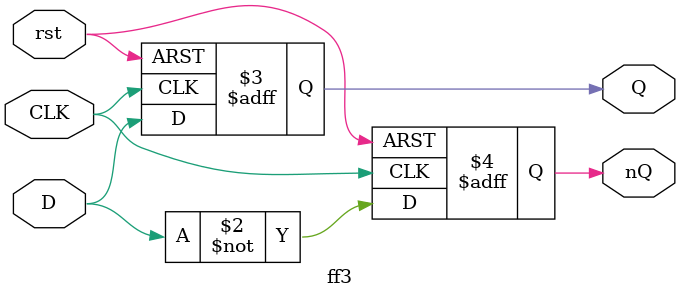
<source format=sv>
`timescale 1ns / 1ps
module ff3(
    input logic D, rst, CLK,
    output logic Q,nQ
    );
    
    always_ff @(posedge CLK, posedge rst) begin
    
        if (rst) begin 
            Q=0;
            nQ=1;
        end else begin
            Q=D;
            nQ=~D;
        end
    
    end
    
    
endmodule

</source>
